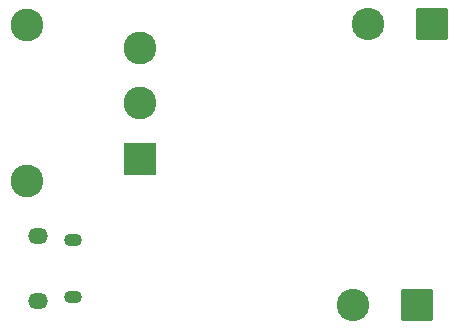
<source format=gbs>
%TF.GenerationSoftware,KiCad,Pcbnew,(6.0.8)*%
%TF.CreationDate,2022-10-25T00:07:16-04:00*%
%TF.ProjectId,403_charger_v2,3430335f-6368-4617-9267-65725f76322e,rev?*%
%TF.SameCoordinates,Original*%
%TF.FileFunction,Soldermask,Bot*%
%TF.FilePolarity,Negative*%
%FSLAX46Y46*%
G04 Gerber Fmt 4.6, Leading zero omitted, Abs format (unit mm)*
G04 Created by KiCad (PCBNEW (6.0.8)) date 2022-10-25 00:07:16*
%MOMM*%
%LPD*%
G01*
G04 APERTURE LIST*
G04 Aperture macros list*
%AMRoundRect*
0 Rectangle with rounded corners*
0 $1 Rounding radius*
0 $2 $3 $4 $5 $6 $7 $8 $9 X,Y pos of 4 corners*
0 Add a 4 corners polygon primitive as box body*
4,1,4,$2,$3,$4,$5,$6,$7,$8,$9,$2,$3,0*
0 Add four circle primitives for the rounded corners*
1,1,$1+$1,$2,$3*
1,1,$1+$1,$4,$5*
1,1,$1+$1,$6,$7*
1,1,$1+$1,$8,$9*
0 Add four rect primitives between the rounded corners*
20,1,$1+$1,$2,$3,$4,$5,0*
20,1,$1+$1,$4,$5,$6,$7,0*
20,1,$1+$1,$6,$7,$8,$9,0*
20,1,$1+$1,$8,$9,$2,$3,0*%
G04 Aperture macros list end*
%ADD10O,1.500000X1.100000*%
%ADD11O,1.700000X1.350000*%
%ADD12R,2.775000X2.775000*%
%ADD13C,2.775000*%
%ADD14RoundRect,0.250000X1.125000X1.125000X-1.125000X1.125000X-1.125000X-1.125000X1.125000X-1.125000X0*%
%ADD15C,2.750000*%
G04 APERTURE END LIST*
D10*
%TO.C,J1*%
X143870000Y-83320000D03*
D11*
X140870000Y-78170000D03*
D10*
X143870000Y-78480000D03*
D11*
X140870000Y-83630000D03*
%TD*%
D12*
%TO.C,SW1*%
X149522500Y-71625000D03*
D13*
X149522500Y-66925000D03*
X149522500Y-62225000D03*
X139992500Y-73530000D03*
X139992500Y-60320000D03*
%TD*%
D14*
%TO.C,J3*%
X173000000Y-84000000D03*
D15*
X167600000Y-84000000D03*
%TD*%
D14*
%TO.C,J2*%
X174250000Y-60225000D03*
D15*
X168850000Y-60225000D03*
%TD*%
M02*

</source>
